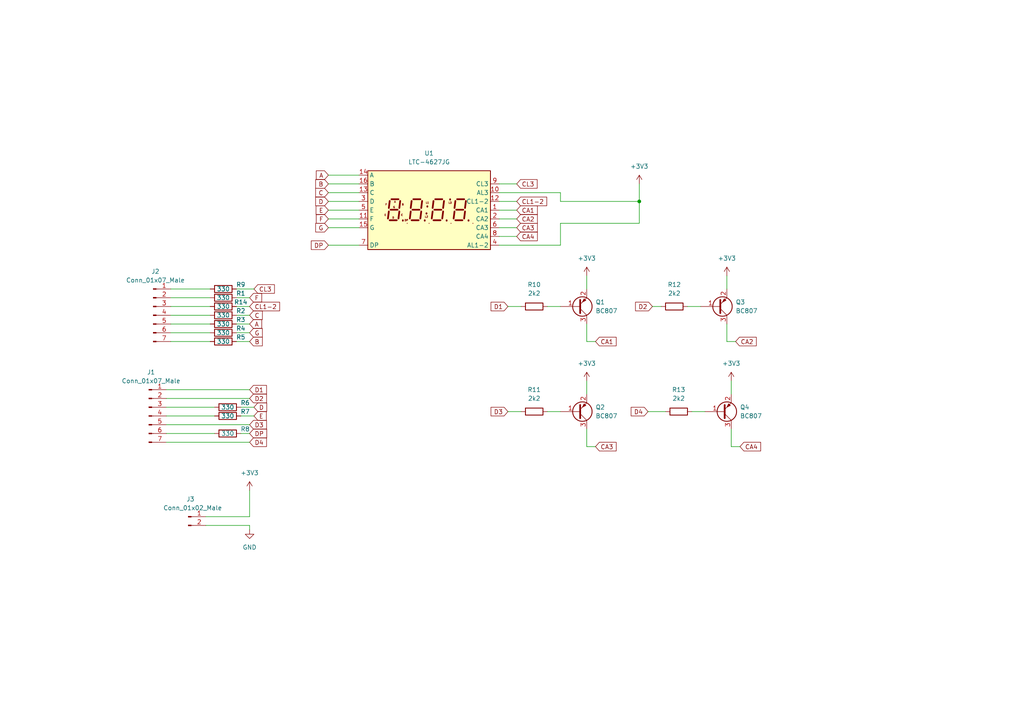
<source format=kicad_sch>
(kicad_sch (version 20211123) (generator eeschema)
  (paper "A4")
  (lib_symbols
    (symbol "Connector:Conn_01x02_Male" (pin_names (offset 1.016) hide)
      (property "Reference" "J" (at 0 2.54 0))
      (property "Value" "Conn_01x02_Male" (at 0 -5.08 0))
      (symbol "Conn_01x02_Male_1_1"
        (polyline (pts (xy 1.27 -2.54) (xy 0.8636 -2.54)) (stroke (width 0.1524)))
        (polyline (pts (xy 1.27 0) (xy 0.8636 0)) (stroke (width 0.1524)))
        (rectangle (start 0.8636 -2.413) (end 0 -2.667) (stroke (width 0.1524)) (fill (type outline)))
        (rectangle (start 0.8636 0.127) (end 0 -0.127) (stroke (width 0.1524)) (fill (type outline)))
        (pin passive line (at 5.08 0 180) (length 3.81) (name "Pin_1") (number "1"))
        (pin passive line (at 5.08 -2.54 180) (length 3.81) (name "Pin_2") (number "2"))
      )
    )
    (symbol "Connector:Conn_01x07_Male" (pin_names (offset 1.016) hide)
      (property "Reference" "J" (at 0 10.16 0))
      (property "Value" "Conn_01x07_Male" (at 0 -10.16 0))
      (symbol "Conn_01x07_Male_1_1"
        (polyline (pts (xy 1.27 -7.62) (xy 0.8636 -7.62)) (stroke (width 0.1524)))
        (polyline (pts (xy 1.27 -5.08) (xy 0.8636 -5.08)) (stroke (width 0.1524)))
        (polyline (pts (xy 1.27 -2.54) (xy 0.8636 -2.54)) (stroke (width 0.1524)))
        (polyline (pts (xy 1.27 0) (xy 0.8636 0)) (stroke (width 0.1524)))
        (polyline (pts (xy 1.27 2.54) (xy 0.8636 2.54)) (stroke (width 0.1524)))
        (polyline (pts (xy 1.27 5.08) (xy 0.8636 5.08)) (stroke (width 0.1524)))
        (polyline (pts (xy 1.27 7.62) (xy 0.8636 7.62)) (stroke (width 0.1524)))
        (rectangle (start 0.8636 -7.493) (end 0 -7.747) (stroke (width 0.1524)) (fill (type outline)))
        (rectangle (start 0.8636 -4.953) (end 0 -5.207) (stroke (width 0.1524)) (fill (type outline)))
        (rectangle (start 0.8636 -2.413) (end 0 -2.667) (stroke (width 0.1524)) (fill (type outline)))
        (rectangle (start 0.8636 0.127) (end 0 -0.127) (stroke (width 0.1524)) (fill (type outline)))
        (rectangle (start 0.8636 2.667) (end 0 2.413) (stroke (width 0.1524)) (fill (type outline)))
        (rectangle (start 0.8636 5.207) (end 0 4.953) (stroke (width 0.1524)) (fill (type outline)))
        (rectangle (start 0.8636 7.747) (end 0 7.493) (stroke (width 0.1524)) (fill (type outline)))
        (pin passive line (at 5.08 7.62 180) (length 3.81) (name "Pin_1") (number "1"))
        (pin passive line (at 5.08 5.08 180) (length 3.81) (name "Pin_2") (number "2"))
        (pin passive line (at 5.08 2.54 180) (length 3.81) (name "Pin_3") (number "3"))
        (pin passive line (at 5.08 0 180) (length 3.81) (name "Pin_4") (number "4"))
        (pin passive line (at 5.08 -2.54 180) (length 3.81) (name "Pin_5") (number "5"))
        (pin passive line (at 5.08 -5.08 180) (length 3.81) (name "Pin_6") (number "6"))
        (pin passive line (at 5.08 -7.62 180) (length 3.81) (name "Pin_7") (number "7"))
      )
    )
    (symbol "Device:R" (pin_numbers hide) (pin_names (offset 0))
      (property "Reference" "R" (at 2.032 0 90))
      (property "Value" "R" (at 0 0 90))
      (symbol "R_0_1"
        (rectangle (start -1.016 -2.54) (end 1.016 2.54) (stroke (width 0.254)))
      )
      (symbol "R_1_1"
        (pin passive line (at 0 3.81 270) (length 1.27) (name "~") (number "1"))
        (pin passive line (at 0 -3.81 90) (length 1.27) (name "~") (number "2"))
      )
    )
    (symbol "Display_Character:LTC-4627JG"
      (property "Reference" "U1" (at 0 16.51 0))
      (property "Value" "LTC-4627JG" (at 0 13.97 0))
      (symbol "LTC-4627JG_0_1"
        (rectangle (start -17.78 -11.43) (end 17.78 11.43) (stroke (width 0.254)) (fill (type background)))
        (rectangle (start -6.35 -3.81) (end -6.35 -3.81) (stroke (width 0.254)))
        (rectangle (start 0 -3.81) (end 0 -3.81) (stroke (width 0.254)))
        (polyline (pts (xy -6.35 -3.81) (xy -6.35 -3.81)) (stroke (width 0.254)))
        (polyline (pts (xy 0 -3.81) (xy 0 -3.81)) (stroke (width 0.254)))
        (polyline (pts (xy 6.35 -3.81) (xy 6.35 -3.81)) (stroke (width 0.254)))
        (polyline (pts (xy 12.7 -3.81) (xy 12.7 -3.81)) (stroke (width 0.254)))
        (rectangle (start 6.35 -3.81) (end 6.35 -3.81) (stroke (width 0.254)))
        (rectangle (start 12.7 -3.81) (end 12.7 -3.81) (stroke (width 0.254)))
      )
      (symbol "LTC-4627JG_1_0"
        (text "A" (at -9.906 2.413 0) (effects (font (size 0.508 0.508))))
        (text "B" (at -7.62 1.651 0) (effects (font (size 0.508 0.508))))
        (text "C" (at -7.874 -1.397 0) (effects (font (size 0.508 0.508))))
        (text "D" (at -10.414 -2.159 0) (effects (font (size 0.508 0.508))))
        (text "DP" (at -6.604 -2.921 0) (effects (font (size 0.508 0.508))))
        (text "E" (at -12.7 -1.397 0) (effects (font (size 0.508 0.508))))
        (text "F" (at -12.446 1.651 0) (effects (font (size 0.508 0.508))))
        (text "G" (at -10.16 0.889 0) (effects (font (size 0.508 0.508))))
        (text "L1" (at -0.508 2.159 0) (effects (font (size 0.508 0.508))))
        (text "L2" (at -0.762 -1.905 0) (effects (font (size 0.508 0.508))))
        (text "L3" (at 6.096 2.159 0) (effects (font (size 0.508 0.508))))
      )
      (symbol "LTC-4627JG_1_1"
        (polyline (pts (xy -11.684 -0.381) (xy -11.938 -2.413)) (stroke (width 0.508)))
        (polyline (pts (xy -11.43 -2.921) (xy -9.398 -2.921)) (stroke (width 0.508)))
        (polyline (pts (xy -11.43 2.667) (xy -11.684 0.635)) (stroke (width 0.508)))
        (polyline (pts (xy -11.176 0.127) (xy -9.144 0.127)) (stroke (width 0.508)))
        (polyline (pts (xy -10.922 3.175) (xy -8.89 3.175)) (stroke (width 0.508)))
        (polyline (pts (xy -8.636 -0.381) (xy -8.89 -2.413)) (stroke (width 0.508)))
        (polyline (pts (xy -8.382 2.667) (xy -8.636 0.635)) (stroke (width 0.508)))
        (polyline (pts (xy -7.62 -3.048) (xy -7.62 -2.921)) (stroke (width 0.508)))
        (polyline (pts (xy -5.334 -0.381) (xy -5.588 -2.413)) (stroke (width 0.508)))
        (polyline (pts (xy -5.08 -2.921) (xy -3.048 -2.921)) (stroke (width 0.508)))
        (polyline (pts (xy -5.08 2.667) (xy -5.334 0.635)) (stroke (width 0.508)))
        (polyline (pts (xy -4.826 0.127) (xy -2.794 0.127)) (stroke (width 0.508)))
        (polyline (pts (xy -4.572 3.175) (xy -2.54 3.175)) (stroke (width 0.508)))
        (polyline (pts (xy -2.286 -0.381) (xy -2.54 -2.413)) (stroke (width 0.508)))
        (polyline (pts (xy -2.032 2.667) (xy -2.286 0.635)) (stroke (width 0.508)))
        (polyline (pts (xy -1.27 -3.048) (xy -1.27 -2.921)) (stroke (width 0.508)))
        (polyline (pts (xy -0.762 -1.016) (xy -0.762 -0.889)) (stroke (width 0.508)))
        (polyline (pts (xy -0.508 1.016) (xy -0.508 1.143)) (stroke (width 0.508)))
        (polyline (pts (xy 1.016 -0.381) (xy 0.762 -2.413)) (stroke (width 0.508)))
        (polyline (pts (xy 1.27 -2.921) (xy 3.302 -2.921)) (stroke (width 0.508)))
        (polyline (pts (xy 1.27 2.667) (xy 1.016 0.635)) (stroke (width 0.508)))
        (polyline (pts (xy 1.524 0.127) (xy 3.556 0.127)) (stroke (width 0.508)))
        (polyline (pts (xy 1.778 3.175) (xy 3.81 3.175)) (stroke (width 0.508)))
        (polyline (pts (xy 4.064 -0.381) (xy 3.81 -2.413)) (stroke (width 0.508)))
        (polyline (pts (xy 4.318 2.667) (xy 4.064 0.635)) (stroke (width 0.508)))
        (polyline (pts (xy 5.08 -3.048) (xy 5.08 -2.921)) (stroke (width 0.508)))
        (polyline (pts (xy 6.096 3.048) (xy 6.096 3.175)) (stroke (width 0.508)))
        (polyline (pts (xy 7.366 -0.381) (xy 7.112 -2.413)) (stroke (width 0.508)))
        (polyline (pts (xy 7.62 -2.921) (xy 9.652 -2.921)) (stroke (width 0.508)))
        (polyline (pts (xy 7.62 2.667) (xy 7.366 0.635)) (stroke (width 0.508)))
        (polyline (pts (xy 7.874 0.127) (xy 9.906 0.127)) (stroke (width 0.508)))
        (polyline (pts (xy 8.128 3.175) (xy 10.16 3.175)) (stroke (width 0.508)))
        (polyline (pts (xy 10.414 -0.381) (xy 10.16 -2.413)) (stroke (width 0.508)))
        (polyline (pts (xy 10.668 2.667) (xy 10.414 0.635)) (stroke (width 0.508)))
        (polyline (pts (xy 11.43 -3.048) (xy 11.43 -2.921)) (stroke (width 0.508)))
        (pin input line (at 20.32 0 180) (length 2.54) (name "CA1") (number "1"))
        (pin input line (at 20.32 5.08 180) (length 2.54) (name "AL3") (number "10"))
        (pin input line (at -20.32 -2.54 0) (length 2.54) (name "F") (number "11"))
        (pin input line (at 20.32 2.54 180) (length 2.54) (name "CL1-2") (number "12"))
        (pin input line (at -20.32 5.08 0) (length 2.54) (name "C") (number "13"))
        (pin input line (at -20.32 10.16 0) (length 2.54) (name "A") (number "14"))
        (pin input line (at -20.32 -5.08 0) (length 2.54) (name "G") (number "15"))
        (pin input line (at -20.32 7.62 0) (length 2.54) (name "B") (number "16"))
        (pin input line (at 20.32 -2.54 180) (length 2.54) (name "CA2") (number "2"))
        (pin input line (at -20.32 2.54 0) (length 2.54) (name "D") (number "3"))
        (pin input line (at 20.32 -10.16 180) (length 2.54) (name "AL1-2") (number "4"))
        (pin input line (at -20.32 0 0) (length 2.54) (name "E") (number "5"))
        (pin input line (at 20.32 -5.08 180) (length 2.54) (name "CA3") (number "6"))
        (pin input line (at -20.32 -10.16 0) (length 2.54) (name "DP") (number "7"))
        (pin input line (at 20.32 -7.62 180) (length 2.54) (name "CA4") (number "8"))
        (pin input line (at 20.32 7.62 180) (length 2.54) (name "CL3") (number "9"))
      )
    )
    (symbol "Transistor_BJT:BC807" (pin_names (offset 0) hide)
      (property "Reference" "Q" (at 5.08 1.905 0))
      (property "Value" "BC807" (at 5.08 0 0))
      (symbol "BC807_0_1"
        (polyline (pts (xy 0.635 0.635) (xy 2.54 2.54)))
        (polyline (pts (xy 0.635 -0.635) (xy 2.54 -2.54) (xy 2.54 -2.54)))
        (polyline (pts (xy 0.635 1.905) (xy 0.635 -1.905) (xy 0.635 -1.905)) (stroke (width 0.508)))
        (polyline (pts (xy 2.286 -1.778) (xy 1.778 -2.286) (xy 1.27 -1.27) (xy 2.286 -1.778) (xy 2.286 -1.778)) (fill (type outline)))
        (circle (center 1.27 0) (radius 2.8194) (stroke (width 0.254)))
      )
      (symbol "BC807_1_1"
        (pin input line (at -5.08 0 0) (length 5.715) (name "B") (number "1"))
        (pin passive line (at 2.54 -5.08 90) (length 2.54) (name "E") (number "2"))
        (pin passive line (at 2.54 5.08 270) (length 2.54) (name "C") (number "3"))
      )
    )
    (symbol "power:+3.3V" (power) (pin_names (offset 0))
      (property "Value" "+3.3V" (at 0 3.556 0))
      (symbol "+3.3V_0_1"
        (polyline (pts (xy -0.762 1.27) (xy 0 2.54)))
        (polyline (pts (xy 0 0) (xy 0 2.54)))
        (polyline (pts (xy 0 2.54) (xy 0.762 1.27)))
      )
      (symbol "+3.3V_1_1"
        (pin power_in line (at 0 0 90) (length 0) hide (name "+3V3") (number "1"))
      )
    )
    (symbol "power:GND" (power) (pin_names (offset 0))
      (property "Value" "GND" (at 0 -3.81 0))
      (symbol "GND_0_1"
        (polyline (pts (xy 0 0) (xy 0 -1.27) (xy 1.27 -1.27) (xy 0 -2.54) (xy -1.27 -1.27) (xy 0 -1.27)))
      )
      (symbol "GND_1_1"
        (pin power_in line (at 0 0 270) (length 0) hide (name "GND") (number "1"))
      )
    )
  )
  (junction (at 185.42 58.42))
  (wire (pts (xy 95.25 63.5) (xy 104.14 63.5)))
  (wire (pts (xy 95.25 50.8) (xy 104.14 50.8)))
  (wire (pts (xy 95.25 66.04) (xy 104.14 66.04)))
  (wire (pts (xy 68.58 86.36) (xy 72.39 86.36)))
  (wire (pts (xy 210.82 99.06) (xy 213.36 99.06)))
  (wire (pts (xy 144.78 60.96) (xy 149.86 60.96)))
  (wire (pts (xy 48.26 118.11) (xy 62.23 118.11)))
  (wire (pts (xy 69.85 118.11) (xy 73.66 118.11)))
  (wire (pts (xy 68.58 96.52) (xy 72.39 96.52)))
  (wire (pts (xy 48.26 113.03) (xy 72.39 113.03)))
  (wire (pts (xy 144.78 55.88) (xy 162.56 55.88)))
  (wire (pts (xy 59.69 152.4) (xy 72.39 152.4)))
  (wire (pts (xy 95.25 71.12) (xy 104.14 71.12)))
  (wire (pts (xy 68.58 88.9) (xy 72.39 88.9)))
  (wire (pts (xy 158.75 119.38) (xy 162.56 119.38)))
  (wire (pts (xy 170.18 124.46) (xy 170.18 129.54)))
  (wire (pts (xy 212.09 110.49) (xy 212.09 114.3)))
  (wire (pts (xy 162.56 64.77) (xy 185.42 64.77)))
  (wire (pts (xy 68.58 99.06) (xy 72.39 99.06)))
  (wire (pts (xy 95.25 53.34) (xy 104.14 53.34)))
  (wire (pts (xy 212.09 129.54) (xy 214.63 129.54)))
  (wire (pts (xy 48.26 128.27) (xy 72.39 128.27)))
  (wire (pts (xy 170.18 129.54) (xy 172.72 129.54)))
  (wire (pts (xy 200.66 119.38) (xy 204.47 119.38)))
  (wire (pts (xy 95.25 58.42) (xy 104.14 58.42)))
  (wire (pts (xy 48.26 125.73) (xy 62.23 125.73)))
  (wire (pts (xy 147.32 119.38) (xy 151.13 119.38)))
  (wire (pts (xy 49.53 96.52) (xy 60.96 96.52)))
  (wire (pts (xy 48.26 123.19) (xy 72.39 123.19)))
  (wire (pts (xy 144.78 53.34) (xy 149.86 53.34)))
  (wire (pts (xy 170.18 93.98) (xy 170.18 99.06)))
  (wire (pts (xy 49.53 91.44) (xy 60.96 91.44)))
  (wire (pts (xy 49.53 86.36) (xy 60.96 86.36)))
  (wire (pts (xy 162.56 58.42) (xy 162.56 55.88)))
  (wire (pts (xy 95.25 60.96) (xy 104.14 60.96)))
  (wire (pts (xy 68.58 93.98) (xy 72.39 93.98)))
  (wire (pts (xy 49.53 93.98) (xy 60.96 93.98)))
  (wire (pts (xy 147.32 88.9) (xy 151.13 88.9)))
  (wire (pts (xy 199.39 88.9) (xy 203.2 88.9)))
  (wire (pts (xy 212.09 124.46) (xy 212.09 129.54)))
  (wire (pts (xy 49.53 83.82) (xy 60.96 83.82)))
  (wire (pts (xy 68.58 83.82) (xy 73.66 83.82)))
  (wire (pts (xy 49.53 99.06) (xy 60.96 99.06)))
  (wire (pts (xy 144.78 68.58) (xy 149.86 68.58)))
  (wire (pts (xy 69.85 125.73) (xy 72.39 125.73)))
  (wire (pts (xy 95.25 55.88) (xy 104.14 55.88)))
  (wire (pts (xy 144.78 66.04) (xy 149.86 66.04)))
  (wire (pts (xy 189.23 88.9) (xy 191.77 88.9)))
  (wire (pts (xy 170.18 110.49) (xy 170.18 114.3)))
  (wire (pts (xy 59.69 149.86) (xy 72.39 149.86)))
  (wire (pts (xy 185.42 53.34) (xy 185.42 58.42)))
  (wire (pts (xy 210.82 80.01) (xy 210.82 83.82)))
  (wire (pts (xy 72.39 152.4) (xy 72.39 153.67)))
  (wire (pts (xy 210.82 93.98) (xy 210.82 99.06)))
  (wire (pts (xy 162.56 58.42) (xy 185.42 58.42)))
  (wire (pts (xy 170.18 80.01) (xy 170.18 83.82)))
  (wire (pts (xy 48.26 120.65) (xy 62.23 120.65)))
  (wire (pts (xy 170.18 99.06) (xy 172.72 99.06)))
  (wire (pts (xy 162.56 71.12) (xy 162.56 64.77)))
  (wire (pts (xy 69.85 120.65) (xy 73.66 120.65)))
  (wire (pts (xy 144.78 63.5) (xy 149.86 63.5)))
  (wire (pts (xy 49.53 88.9) (xy 60.96 88.9)))
  (wire (pts (xy 185.42 58.42) (xy 185.42 64.77)))
  (wire (pts (xy 144.78 71.12) (xy 162.56 71.12)))
  (wire (pts (xy 72.39 149.86) (xy 72.39 142.24)))
  (wire (pts (xy 48.26 115.57) (xy 72.39 115.57)))
  (wire (pts (xy 144.78 58.42) (xy 149.86 58.42)))
  (wire (pts (xy 158.75 88.9) (xy 162.56 88.9)))
  (wire (pts (xy 187.96 119.38) (xy 193.04 119.38)))
  (wire (pts (xy 68.58 91.44) (xy 72.39 91.44)))
  (global_label "D4" (shape input) (at 187.96 119.38 180) (property "Referências entre as folhas" "${INTERSHEET_REFS}" (effects hide)))
  (global_label "CL1-2" (shape input) (at 149.86 58.42 0) (property "Referências entre as folhas" "${INTERSHEET_REFS}" (effects hide)))
  (global_label "D" (shape input) (at 95.25 58.42 180) (property "Referências entre as folhas" "${INTERSHEET_REFS}" (effects hide)))
  (global_label "C" (shape input) (at 72.39 91.44 0) (property "Referências entre as folhas" "${INTERSHEET_REFS}" (effects hide)))
  (global_label "D2" (shape input) (at 72.39 115.57 0) (property "Referências entre as folhas" "${INTERSHEET_REFS}" (effects hide)))
  (global_label "C" (shape input) (at 95.25 55.88 180) (property "Referências entre as folhas" "${INTERSHEET_REFS}" (effects hide)))
  (global_label "D4" (shape input) (at 72.39 128.27 0) (property "Referências entre as folhas" "${INTERSHEET_REFS}" (effects hide)))
  (global_label "DP" (shape input) (at 95.25 71.12 180) (property "Referências entre as folhas" "${INTERSHEET_REFS}" (effects hide)))
  (global_label "CL3" (shape input) (at 149.86 53.34 0) (property "Referências entre as folhas" "${INTERSHEET_REFS}" (effects hide)))
  (global_label "D" (shape input) (at 73.66 118.11 0) (property "Referências entre as folhas" "${INTERSHEET_REFS}" (effects hide)))
  (global_label "D2" (shape input) (at 189.23 88.9 180) (property "Referências entre as folhas" "${INTERSHEET_REFS}" (effects hide)))
  (global_label "F" (shape input) (at 72.39 86.36 0) (property "Referências entre as folhas" "${INTERSHEET_REFS}" (effects hide)))
  (global_label "CL3" (shape input) (at 73.66 83.82 0) (property "Referências entre as folhas" "${INTERSHEET_REFS}" (effects hide)))
  (global_label "CA4" (shape input) (at 214.63 129.54 0) (property "Referências entre as folhas" "${INTERSHEET_REFS}" (effects hide)))
  (global_label "F" (shape input) (at 95.25 63.5 180) (property "Referências entre as folhas" "${INTERSHEET_REFS}" (effects hide)))
  (global_label "B" (shape input) (at 95.25 53.34 180) (property "Referências entre as folhas" "${INTERSHEET_REFS}" (effects hide)))
  (global_label "D1" (shape input) (at 72.39 113.03 0) (property "Referências entre as folhas" "${INTERSHEET_REFS}" (effects hide)))
  (global_label "E" (shape input) (at 73.66 120.65 0) (property "Referências entre as folhas" "${INTERSHEET_REFS}" (effects hide)))
  (global_label "G" (shape input) (at 72.39 96.52 0) (property "Referências entre as folhas" "${INTERSHEET_REFS}" (effects hide)))
  (global_label "CL1-2" (shape input) (at 72.39 88.9 0) (property "Referências entre as folhas" "${INTERSHEET_REFS}" (effects hide)))
  (global_label "D3" (shape input) (at 72.39 123.19 0) (property "Referências entre as folhas" "${INTERSHEET_REFS}" (effects hide)))
  (global_label "D3" (shape input) (at 147.32 119.38 180) (property "Referências entre as folhas" "${INTERSHEET_REFS}" (effects hide)))
  (global_label "CA2" (shape input) (at 149.86 63.5 0) (property "Referências entre as folhas" "${INTERSHEET_REFS}" (effects hide)))
  (global_label "CA4" (shape input) (at 149.86 68.58 0) (property "Referências entre as folhas" "${INTERSHEET_REFS}" (effects hide)))
  (global_label "CA1" (shape input) (at 149.86 60.96 0) (property "Referências entre as folhas" "${INTERSHEET_REFS}" (effects hide)))
  (global_label "DP" (shape input) (at 72.39 125.73 0) (property "Referências entre as folhas" "${INTERSHEET_REFS}" (effects hide)))
  (global_label "B" (shape input) (at 72.39 99.06 0) (property "Referências entre as folhas" "${INTERSHEET_REFS}" (effects hide)))
  (global_label "A" (shape input) (at 95.25 50.8 180) (property "Referências entre as folhas" "${INTERSHEET_REFS}" (effects hide)))
  (global_label "E" (shape input) (at 95.25 60.96 180) (property "Referências entre as folhas" "${INTERSHEET_REFS}" (effects hide)))
  (global_label "CA1" (shape input) (at 172.72 99.06 0) (property "Referências entre as folhas" "${INTERSHEET_REFS}" (effects hide)))
  (global_label "CA2" (shape input) (at 213.36 99.06 0) (property "Referências entre as folhas" "${INTERSHEET_REFS}" (effects hide)))
  (global_label "CA3" (shape input) (at 149.86 66.04 0) (property "Referências entre as folhas" "${INTERSHEET_REFS}" (effects hide)))
  (global_label "A" (shape input) (at 72.39 93.98 0) (property "Referências entre as folhas" "${INTERSHEET_REFS}" (effects hide)))
  (global_label "CA3" (shape input) (at 172.72 129.54 0) (property "Referências entre as folhas" "${INTERSHEET_REFS}" (effects hide)))
  (global_label "G" (shape input) (at 95.25 66.04 180) (property "Referências entre as folhas" "${INTERSHEET_REFS}" (effects hide)))
  (global_label "D1" (shape input) (at 147.32 88.9 180) (property "Referências entre as folhas" "${INTERSHEET_REFS}" (effects hide)))
  (symbol (lib_id "power:+3.3V") (at 170.18 110.49 0) (unit 1)
    (property "Reference" "#PWR02" (effects hide))
    (property "Value" "+3.3V" (at 170.18 105.41 0))
  )
  (symbol (lib_id "power:+3.3V") (at 170.18 80.01 0) (unit 1)
    (property "Reference" "#PWR01" (effects hide))
    (property "Value" "+3.3V" (at 170.18 74.93 0))
  )
  (symbol (lib_id "Device:R") (at 66.04 118.11 90) (unit 1)
    (property "Reference" "R6" (at 71.12 116.84 90))
    (property "Value" "330" (at 66.04 118.11 90))
    (property "Footprint" "Resistor_SMD:R_0805_2012Metric_Pad1.20x1.40mm_HandSolder" (effects hide))
  )
  (symbol (lib_id "Device:R") (at 64.77 88.9 90) (unit 1)
    (property "Reference" "R14" (at 69.85 87.63 90))
    (property "Value" "330" (at 64.77 88.9 90))
    (property "Footprint" "Resistor_SMD:R_0805_2012Metric_Pad1.20x1.40mm_HandSolder" (effects hide))
  )
  (symbol (lib_id "Transistor_BJT:BC807") (at 167.64 119.38 0) (mirror x) (unit 1)
    (property "Reference" "Q2" (at 172.72 118.1099 0) (effects (justify left)))
    (property "Value" "BC807" (at 172.72 120.6499 0) (effects (justify left)))
    (property "Footprint" "Package_TO_SOT_SMD:SOT-23" (effects hide))
    (property "Datasheet" "https://www.onsemi.com/pub/Collateral/BC808-D.pdf" (effects hide))
  )
  (symbol (lib_id "Device:R") (at 66.04 125.73 90) (unit 1)
    (property "Reference" "R8" (at 71.12 124.46 90))
    (property "Value" "330" (at 66.04 125.73 90))
    (property "Footprint" "Resistor_SMD:R_0805_2012Metric_Pad1.20x1.40mm_HandSolder" (effects hide))
  )
  (symbol (lib_id "Device:R") (at 196.85 119.38 90) (unit 1)
    (property "Reference" "R13" (at 196.85 113.03 90))
    (property "Value" "2k2" (at 196.85 115.57 90))
    (property "Footprint" "Resistor_SMD:R_0805_2012Metric_Pad1.20x1.40mm_HandSolder" (effects hide))
  )
  (symbol (lib_id "Device:R") (at 64.77 93.98 270) (mirror x) (unit 1)
    (property "Reference" "R3" (at 69.85 92.71 90))
    (property "Value" "330" (at 64.77 93.98 90))
    (property "Footprint" "Resistor_SMD:R_0805_2012Metric_Pad1.20x1.40mm_HandSolder" (effects hide))
  )
  (symbol (lib_id "Device:R") (at 154.94 88.9 90) (unit 1)
    (property "Reference" "R10" (at 154.94 82.55 90))
    (property "Value" "2k2" (at 154.94 85.09 90))
    (property "Footprint" "Resistor_SMD:R_0805_2012Metric_Pad1.20x1.40mm_HandSolder" (effects hide))
  )
  (symbol (lib_id "Device:R") (at 64.77 83.82 90) (unit 1)
    (property "Reference" "R9" (at 69.85 82.55 90))
    (property "Value" "330" (at 64.77 83.82 90))
    (property "Footprint" "Resistor_SMD:R_0805_2012Metric_Pad1.20x1.40mm_HandSolder" (effects hide))
  )
  (symbol (lib_id "Transistor_BJT:BC807") (at 209.55 119.38 0) (mirror x) (unit 1)
    (property "Reference" "Q4" (at 214.63 118.1099 0) (effects (justify left)))
    (property "Value" "BC807" (at 214.63 120.6499 0) (effects (justify left)))
    (property "Footprint" "Package_TO_SOT_SMD:SOT-23" (effects hide))
    (property "Datasheet" "https://www.onsemi.com/pub/Collateral/BC808-D.pdf" (effects hide))
  )
  (symbol (lib_id "Connector:Conn_01x02_Male") (at 54.61 149.86 0) (unit 1)
    (property "Reference" "J3" (at 55.245 144.78 0))
    (property "Value" "Conn_01x02_Male" (at 55.88 147.32 0))
    (property "Footprint" "Connector_PinHeader_2.54mm:PinHeader_1x02_P2.54mm_Vertical" (effects hide))
  )
  (symbol (lib_id "Device:R") (at 64.77 86.36 90) (unit 1)
    (property "Reference" "R1" (at 69.85 85.09 90))
    (property "Value" "330" (at 64.77 86.36 90))
    (property "Footprint" "Resistor_SMD:R_0805_2012Metric_Pad1.20x1.40mm_HandSolder" (effects hide))
  )
  (symbol (lib_id "Device:R") (at 64.77 91.44 90) (unit 1)
    (property "Reference" "R2" (at 69.85 90.17 90))
    (property "Value" "330" (at 64.77 91.44 90))
    (property "Footprint" "Resistor_SMD:R_0805_2012Metric_Pad1.20x1.40mm_HandSolder" (effects hide))
  )
  (symbol (lib_id "power:+3.3V") (at 212.09 110.49 0) (unit 1)
    (property "Reference" "#PWR04" (effects hide))
    (property "Value" "+3.3V" (at 212.09 105.41 0))
  )
  (symbol (lib_id "Display_Character:LTC-4627JG") (at 124.46 60.96 0) (unit 1)
    (property "Reference" "U1" (at 124.46 44.45 0))
    (property "Value" "LTC-4627JG" (at 124.46 46.99 0))
    (property "Footprint" "Display_7Segment:LTC-4627Jx" (effects hide))
    (property "Datasheet" "http://optoelectronics.liteon.com/upload/download/DS30-2001-393/C4627JG.pdf" (effects hide))
  )
  (symbol (lib_id "power:+3.3V") (at 72.39 142.24 0) (unit 1)
    (property "Reference" "#PWR05" (effects hide))
    (property "Value" "+3.3V" (at 72.39 137.16 0))
  )
  (symbol (lib_id "Device:R") (at 64.77 96.52 90) (unit 1)
    (property "Reference" "R4" (at 69.85 95.25 90))
    (property "Value" "330" (at 64.77 96.52 90))
    (property "Footprint" "Resistor_SMD:R_0805_2012Metric_Pad1.20x1.40mm_HandSolder" (effects hide))
  )
  (symbol (lib_id "power:+3.3V") (at 210.82 80.01 0) (unit 1)
    (property "Reference" "#PWR03" (effects hide))
    (property "Value" "+3.3V" (at 210.82 74.93 0))
  )
  (symbol (lib_id "Device:R") (at 66.04 120.65 90) (unit 1)
    (property "Reference" "R7" (at 71.12 119.38 90))
    (property "Value" "330" (at 66.04 120.65 90))
    (property "Footprint" "Resistor_SMD:R_0805_2012Metric_Pad1.20x1.40mm_HandSolder" (effects hide))
  )
  (symbol (lib_id "Device:R") (at 195.58 88.9 90) (unit 1)
    (property "Reference" "R12" (at 195.58 82.55 90))
    (property "Value" "2k2" (at 195.58 85.09 90))
    (property "Footprint" "Resistor_SMD:R_0805_2012Metric_Pad1.20x1.40mm_HandSolder" (effects hide))
  )
  (symbol (lib_id "Device:R") (at 154.94 119.38 90) (unit 1)
    (property "Reference" "R11" (at 154.94 113.03 90))
    (property "Value" "2k2" (at 154.94 115.57 90))
    (property "Footprint" "Resistor_SMD:R_0805_2012Metric_Pad1.20x1.40mm_HandSolder" (effects hide))
  )
  (symbol (lib_id "Connector:Conn_01x07_Male") (at 43.18 120.65 0) (unit 1)
    (property "Reference" "J1" (at 43.815 107.95 0))
    (property "Value" "Conn_01x07_Male" (at 43.815 110.49 0))
    (property "Footprint" "Connector_PinHeader_2.54mm:PinHeader_1x07_P2.54mm_Vertical" (effects hide))
  )
  (symbol (lib_id "Transistor_BJT:BC807") (at 208.28 88.9 0) (mirror x) (unit 1)
    (property "Reference" "Q3" (at 213.36 87.6299 0) (effects (justify left)))
    (property "Value" "BC807" (at 213.36 90.1699 0) (effects (justify left)))
    (property "Footprint" "Package_TO_SOT_SMD:SOT-23" (effects hide))
    (property "Datasheet" "https://www.onsemi.com/pub/Collateral/BC808-D.pdf" (effects hide))
  )
  (symbol (lib_id "Connector:Conn_01x07_Male") (at 44.45 91.44 0) (unit 1)
    (property "Reference" "J2" (at 45.085 78.74 0))
    (property "Value" "Conn_01x07_Male" (at 45.085 81.28 0))
    (property "Footprint" "Connector_PinHeader_2.54mm:PinHeader_1x07_P2.54mm_Vertical" (effects hide))
  )
  (symbol (lib_id "power:GND") (at 72.39 153.67 0) (unit 1)
    (property "Reference" "#PWR0101" (effects hide))
    (property "Value" "GND" (at 72.39 158.75 0))
  )
  (symbol (lib_id "power:+3.3V") (at 185.42 53.34 0) (unit 1)
    (property "Reference" "#PWR0102" (effects hide))
    (property "Value" "+3.3V" (at 185.42 48.26 0))
  )
  (symbol (lib_id "Device:R") (at 64.77 99.06 270) (mirror x) (unit 1)
    (property "Reference" "R5" (at 69.85 97.79 90))
    (property "Value" "330" (at 64.77 99.06 90))
    (property "Footprint" "Resistor_SMD:R_0805_2012Metric_Pad1.20x1.40mm_HandSolder" (effects hide))
  )
  (symbol (lib_id "Transistor_BJT:BC807") (at 167.64 88.9 0) (mirror x) (unit 1)
    (property "Reference" "Q1" (at 172.72 87.6299 0) (effects (justify left)))
    (property "Value" "BC807" (at 172.72 90.1699 0) (effects (justify left)))
    (property "Footprint" "Package_TO_SOT_SMD:SOT-23" (effects hide))
    (property "Datasheet" "https://www.onsemi.com/pub/Collateral/BC808-D.pdf" (effects hide))
  )
)
</source>
